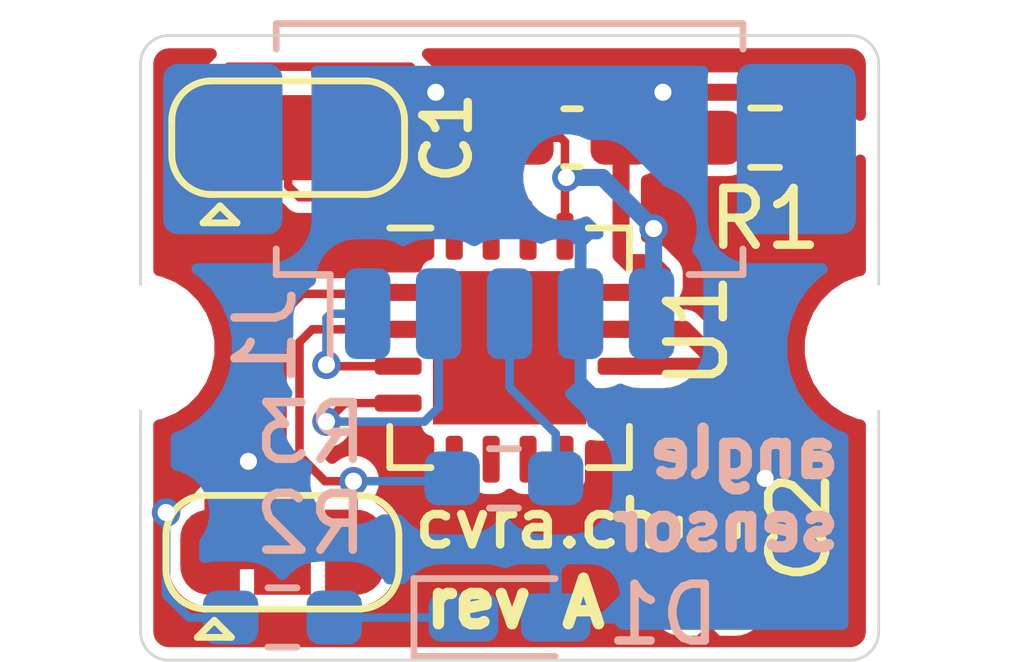
<source format=kicad_pcb>
(kicad_pcb (version 20171130) (host pcbnew 5.1.10)

  (general
    (thickness 1.6)
    (drawings 11)
    (tracks 85)
    (zones 0)
    (modules 12)
    (nets 18)
  )

  (page A4)
  (layers
    (0 F.Cu signal)
    (31 B.Cu signal)
    (32 B.Adhes user)
    (33 F.Adhes user)
    (34 B.Paste user)
    (35 F.Paste user)
    (36 B.SilkS user)
    (37 F.SilkS user)
    (38 B.Mask user)
    (39 F.Mask user)
    (40 Dwgs.User user)
    (41 Cmts.User user)
    (42 Eco1.User user)
    (43 Eco2.User user)
    (44 Edge.Cuts user)
    (45 Margin user)
    (46 B.CrtYd user)
    (47 F.CrtYd user)
    (48 B.Fab user hide)
    (49 F.Fab user hide)
  )

  (setup
    (last_trace_width 0.15)
    (trace_clearance 0.15)
    (zone_clearance 0.2)
    (zone_45_only yes)
    (trace_min 0.15)
    (via_size 0.5)
    (via_drill 0.3)
    (via_min_size 0.4)
    (via_min_drill 0.3)
    (uvia_size 0.3)
    (uvia_drill 0.1)
    (uvias_allowed no)
    (uvia_min_size 0.2)
    (uvia_min_drill 0.1)
    (edge_width 0.05)
    (segment_width 0.2)
    (pcb_text_width 0.3)
    (pcb_text_size 1.5 1.5)
    (mod_edge_width 0.12)
    (mod_text_size 1 1)
    (mod_text_width 0.15)
    (pad_size 1 0.5)
    (pad_drill 0)
    (pad_to_mask_clearance 0)
    (aux_axis_origin 0 0)
    (visible_elements FFFFFF7F)
    (pcbplotparams
      (layerselection 0x010fc_ffffffff)
      (usegerberextensions false)
      (usegerberattributes true)
      (usegerberadvancedattributes true)
      (creategerberjobfile true)
      (excludeedgelayer true)
      (linewidth 0.100000)
      (plotframeref false)
      (viasonmask false)
      (mode 1)
      (useauxorigin false)
      (hpglpennumber 1)
      (hpglpenspeed 20)
      (hpglpendiameter 15.000000)
      (psnegative false)
      (psa4output false)
      (plotreference true)
      (plotvalue true)
      (plotinvisibletext false)
      (padsonsilk false)
      (subtractmaskfromsilk false)
      (outputformat 1)
      (mirror false)
      (drillshape 1)
      (scaleselection 1)
      (outputdirectory ""))
  )

  (net 0 "")
  (net 1 "Net-(C1-Pad1)")
  (net 2 GND)
  (net 3 +3V3)
  (net 4 "Net-(D1-Pad1)")
  (net 5 /SCK)
  (net 6 /SS)
  (net 7 /MISO)
  (net 8 "Net-(U1-Pad5)")
  (net 9 "Net-(U1-Pad6)")
  (net 10 "Net-(U1-Pad7)")
  (net 11 "Net-(U1-Pad8)")
  (net 12 "Net-(U1-Pad15)")
  (net 13 "Net-(U1-Pad16)")
  (net 14 "Net-(U1-Pad17)")
  (net 15 "Net-(J1-Pad3)")
  (net 16 "Net-(JP1-Pad2)")
  (net 17 "Net-(JP2-Pad2)")

  (net_class Default "This is the default net class."
    (clearance 0.15)
    (trace_width 0.15)
    (via_dia 0.5)
    (via_drill 0.3)
    (uvia_dia 0.3)
    (uvia_drill 0.1)
    (add_net +3V3)
    (add_net /MISO)
    (add_net /SCK)
    (add_net /SS)
    (add_net GND)
    (add_net "Net-(C1-Pad1)")
    (add_net "Net-(D1-Pad1)")
    (add_net "Net-(J1-Pad3)")
    (add_net "Net-(JP1-Pad2)")
    (add_net "Net-(JP2-Pad2)")
    (add_net "Net-(U1-Pad15)")
    (add_net "Net-(U1-Pad16)")
    (add_net "Net-(U1-Pad17)")
    (add_net "Net-(U1-Pad5)")
    (add_net "Net-(U1-Pad6)")
    (add_net "Net-(U1-Pad7)")
    (add_net "Net-(U1-Pad8)")
  )

  (module Jumper:SolderJumper-3_P1.3mm_Bridged12_RoundedPad1.0x1.5mm (layer F.Cu) (tedit 5C745321) (tstamp 61A80805)
    (at 32.5 39.1)
    (descr "SMD Solder 3-pad Jumper, 1x1.5mm rounded Pads, 0.3mm gap, pads 1-2 bridged with 1 copper strip")
    (tags "solder jumper open")
    (path /61AA4A30)
    (attr virtual)
    (fp_text reference JP2 (at 0 -1.8) (layer F.SilkS) hide
      (effects (font (size 1 1) (thickness 0.15)))
    )
    (fp_text value SolderJumper_3_Bridged12 (at 0 1.9) (layer F.Fab)
      (effects (font (size 1 1) (thickness 0.15)))
    )
    (fp_line (start -1.2 1.2) (end -0.9 1.5) (layer F.SilkS) (width 0.12))
    (fp_line (start -1.5 1.5) (end -0.9 1.5) (layer F.SilkS) (width 0.12))
    (fp_line (start -1.2 1.2) (end -1.5 1.5) (layer F.SilkS) (width 0.12))
    (fp_line (start -2.05 0.3) (end -2.05 -0.3) (layer F.SilkS) (width 0.12))
    (fp_line (start 1.4 1) (end -1.4 1) (layer F.SilkS) (width 0.12))
    (fp_line (start 2.05 -0.3) (end 2.05 0.3) (layer F.SilkS) (width 0.12))
    (fp_line (start -1.4 -1) (end 1.4 -1) (layer F.SilkS) (width 0.12))
    (fp_line (start -2.3 -1.25) (end 2.3 -1.25) (layer F.CrtYd) (width 0.05))
    (fp_line (start -2.3 -1.25) (end -2.3 1.25) (layer F.CrtYd) (width 0.05))
    (fp_line (start 2.3 1.25) (end 2.3 -1.25) (layer F.CrtYd) (width 0.05))
    (fp_line (start 2.3 1.25) (end -2.3 1.25) (layer F.CrtYd) (width 0.05))
    (fp_poly (pts (xy -0.9 -0.3) (xy -0.4 -0.3) (xy -0.4 0.3) (xy -0.9 0.3)) (layer F.Cu) (width 0))
    (fp_arc (start -1.35 -0.3) (end -1.35 -1) (angle -90) (layer F.SilkS) (width 0.12))
    (fp_arc (start -1.35 0.3) (end -2.05 0.3) (angle -90) (layer F.SilkS) (width 0.12))
    (fp_arc (start 1.35 0.3) (end 1.35 1) (angle -90) (layer F.SilkS) (width 0.12))
    (fp_arc (start 1.35 -0.3) (end 2.05 -0.3) (angle -90) (layer F.SilkS) (width 0.12))
    (pad 1 smd custom (at -1.3 0) (size 1 0.5) (layers F.Cu F.Mask)
      (net 3 +3V3) (zone_connect 2)
      (options (clearance outline) (anchor rect))
      (primitives
        (gr_circle (center 0 0.25) (end 0.5 0.25) (width 0))
        (gr_circle (center 0 -0.25) (end 0.5 -0.25) (width 0))
        (gr_poly (pts
           (xy 0.55 -0.75) (xy 0 -0.75) (xy 0 0.75) (xy 0.55 0.75)) (width 0))
      ))
    (pad 2 smd rect (at 0 0) (size 1 1.5) (layers F.Cu F.Mask)
      (net 17 "Net-(JP2-Pad2)"))
    (pad 3 smd custom (at 1.3 0) (size 1 0.5) (layers F.Cu F.Mask)
      (net 7 /MISO) (zone_connect 2)
      (options (clearance outline) (anchor rect))
      (primitives
        (gr_circle (center 0 0.25) (end 0.5 0.25) (width 0))
        (gr_circle (center 0 -0.25) (end 0.5 -0.25) (width 0))
        (gr_poly (pts
           (xy -0.55 -0.75) (xy 0 -0.75) (xy 0 0.75) (xy -0.55 0.75)) (width 0))
      ))
  )

  (module Jumper:SolderJumper-3_P1.3mm_Bridged12_RoundedPad1.0x1.5mm (layer F.Cu) (tedit 61A7A9C0) (tstamp 61A807EE)
    (at 32.6 31.8)
    (descr "SMD Solder 3-pad Jumper, 1x1.5mm rounded Pads, 0.3mm gap, pads 1-2 bridged with 1 copper strip")
    (tags "solder jumper open")
    (path /61AA9F16)
    (attr virtual)
    (fp_text reference JP1 (at 0 -1.8) (layer F.SilkS) hide
      (effects (font (size 1 1) (thickness 0.15)))
    )
    (fp_text value SolderJumper_3_Bridged12 (at 0 1.9) (layer F.Fab)
      (effects (font (size 1 1) (thickness 0.15)))
    )
    (fp_line (start -1.2 1.2) (end -0.9 1.5) (layer F.SilkS) (width 0.12))
    (fp_line (start -1.5 1.5) (end -0.9 1.5) (layer F.SilkS) (width 0.12))
    (fp_line (start -1.2 1.2) (end -1.5 1.5) (layer F.SilkS) (width 0.12))
    (fp_line (start -2.05 0.3) (end -2.05 -0.3) (layer F.SilkS) (width 0.12))
    (fp_line (start 1.4 1) (end -1.4 1) (layer F.SilkS) (width 0.12))
    (fp_line (start 2.05 -0.3) (end 2.05 0.3) (layer F.SilkS) (width 0.12))
    (fp_line (start -1.4 -1) (end 1.4 -1) (layer F.SilkS) (width 0.12))
    (fp_line (start -2.3 -1.25) (end 2.3 -1.25) (layer F.CrtYd) (width 0.05))
    (fp_line (start -2.3 -1.25) (end -2.3 1.25) (layer F.CrtYd) (width 0.05))
    (fp_line (start 2.3 1.25) (end 2.3 -1.25) (layer F.CrtYd) (width 0.05))
    (fp_line (start 2.3 1.25) (end -2.3 1.25) (layer F.CrtYd) (width 0.05))
    (fp_poly (pts (xy -0.9 -0.3) (xy -0.4 -0.3) (xy -0.4 0.3) (xy -0.9 0.3)) (layer F.Cu) (width 0))
    (fp_arc (start -1.35 -0.3) (end -1.35 -1) (angle -90) (layer F.SilkS) (width 0.12))
    (fp_arc (start -1.35 0.3) (end -2.05 0.3) (angle -90) (layer F.SilkS) (width 0.12))
    (fp_arc (start 1.35 0.3) (end 1.35 1) (angle -90) (layer F.SilkS) (width 0.12))
    (fp_arc (start 1.35 -0.3) (end 2.05 -0.3) (angle -90) (layer F.SilkS) (width 0.12))
    (pad 1 smd custom (at -1.3 0) (size 1 0.5) (layers F.Cu F.Mask)
      (net 3 +3V3) (zone_connect 2)
      (options (clearance outline) (anchor rect))
      (primitives
        (gr_circle (center 0 0.25) (end 0.5 0.25) (width 0))
        (gr_circle (center 0 -0.25) (end 0.5 -0.25) (width 0))
        (gr_poly (pts
           (xy 0.55 -0.75) (xy 0 -0.75) (xy 0 0.75) (xy 0.55 0.75)) (width 0))
      ))
    (pad 2 smd rect (at 0 0) (size 1 1.5) (layers F.Cu F.Mask)
      (net 16 "Net-(JP1-Pad2)"))
    (pad 3 smd custom (at 1.3 0) (size 1 0.5) (layers F.Cu F.Mask)
      (net 2 GND) (zone_connect 0)
      (options (clearance outline) (anchor rect))
      (primitives
        (gr_circle (center 0 0.25) (end 0.5 0.25) (width 0))
        (gr_circle (center 0 -0.25) (end 0.5 -0.25) (width 0))
        (gr_poly (pts
           (xy -0.55 -0.75) (xy 0 -0.75) (xy 0 0.75) (xy -0.55 0.75)) (width 0))
      ))
  )

  (module MountingHole:MountingHole_2.2mm_M2 locked (layer F.Cu) (tedit 56D1B4CB) (tstamp 61A3F269)
    (at 43 35.5)
    (descr "Mounting Hole 2.2mm, no annular, M2")
    (tags "mounting hole 2.2mm no annular m2")
    (attr virtual)
    (fp_text reference REF** (at 0 -3.2) (layer F.SilkS) hide
      (effects (font (size 1 1) (thickness 0.15)))
    )
    (fp_text value MountingHole_2.2mm_M2 (at 0 3.2) (layer F.Fab)
      (effects (font (size 1 1) (thickness 0.15)))
    )
    (fp_circle (center 0 0) (end 2.45 0) (layer F.CrtYd) (width 0.05))
    (fp_circle (center 0 0) (end 2.2 0) (layer Cmts.User) (width 0.15))
    (fp_text user %R (at 0.3 0) (layer F.Fab)
      (effects (font (size 1 1) (thickness 0.15)))
    )
    (pad 1 np_thru_hole circle (at 0 0) (size 2.2 2.2) (drill 2.2) (layers *.Cu *.Mask))
  )

  (module MountingHole:MountingHole_2.2mm_M2 locked (layer F.Cu) (tedit 56D1B4CB) (tstamp 61A3F130)
    (at 30 35.5)
    (descr "Mounting Hole 2.2mm, no annular, M2")
    (tags "mounting hole 2.2mm no annular m2")
    (attr virtual)
    (fp_text reference REF** (at 0 -3.2) (layer F.SilkS) hide
      (effects (font (size 1 1) (thickness 0.15)))
    )
    (fp_text value MountingHole_2.2mm_M2 (at 0 3.2) (layer F.Fab)
      (effects (font (size 1 1) (thickness 0.15)))
    )
    (fp_circle (center 0 0) (end 2.45 0) (layer F.CrtYd) (width 0.05))
    (fp_circle (center 0 0) (end 2.2 0) (layer Cmts.User) (width 0.15))
    (fp_text user %R (at 0.3 0) (layer F.Fab)
      (effects (font (size 1 1) (thickness 0.15)))
    )
    (pad 1 np_thru_hole circle (at 0 0) (size 2.2 2.2) (drill 2.2) (layers *.Cu *.Mask))
  )

  (module Capacitor_SMD:C_0603_1608Metric_Pad1.08x0.95mm_HandSolder (layer F.Cu) (tedit 5F68FEEF) (tstamp 61A3EB8A)
    (at 37.6 31.8 180)
    (descr "Capacitor SMD 0603 (1608 Metric), square (rectangular) end terminal, IPC_7351 nominal with elongated pad for handsoldering. (Body size source: IPC-SM-782 page 76, https://www.pcb-3d.com/wordpress/wp-content/uploads/ipc-sm-782a_amendment_1_and_2.pdf), generated with kicad-footprint-generator")
    (tags "capacitor handsolder")
    (path /61A46521)
    (attr smd)
    (fp_text reference C1 (at 2.2 0 90) (layer F.SilkS)
      (effects (font (size 0.8 0.8) (thickness 0.15)))
    )
    (fp_text value 4u7 (at 0 1.43) (layer F.Fab)
      (effects (font (size 1 1) (thickness 0.15)))
    )
    (fp_line (start -0.8 0.4) (end -0.8 -0.4) (layer F.Fab) (width 0.1))
    (fp_line (start -0.8 -0.4) (end 0.8 -0.4) (layer F.Fab) (width 0.1))
    (fp_line (start 0.8 -0.4) (end 0.8 0.4) (layer F.Fab) (width 0.1))
    (fp_line (start 0.8 0.4) (end -0.8 0.4) (layer F.Fab) (width 0.1))
    (fp_line (start -0.146267 -0.51) (end 0.146267 -0.51) (layer F.SilkS) (width 0.12))
    (fp_line (start -0.146267 0.51) (end 0.146267 0.51) (layer F.SilkS) (width 0.12))
    (fp_line (start -1.65 0.73) (end -1.65 -0.73) (layer F.CrtYd) (width 0.05))
    (fp_line (start -1.65 -0.73) (end 1.65 -0.73) (layer F.CrtYd) (width 0.05))
    (fp_line (start 1.65 -0.73) (end 1.65 0.73) (layer F.CrtYd) (width 0.05))
    (fp_line (start 1.65 0.73) (end -1.65 0.73) (layer F.CrtYd) (width 0.05))
    (fp_text user %R (at 0 0) (layer F.Fab)
      (effects (font (size 0.4 0.4) (thickness 0.06)))
    )
    (pad 1 smd roundrect (at -0.8625 0 180) (size 1.075 0.95) (layers F.Cu F.Paste F.Mask) (roundrect_rratio 0.25)
      (net 1 "Net-(C1-Pad1)"))
    (pad 2 smd roundrect (at 0.8625 0 180) (size 1.075 0.95) (layers F.Cu F.Paste F.Mask) (roundrect_rratio 0.25)
      (net 2 GND))
    (model ${KISYS3DMOD}/Capacitor_SMD.3dshapes/C_0603_1608Metric.wrl
      (at (xyz 0 0 0))
      (scale (xyz 1 1 1))
      (rotate (xyz 0 0 0))
    )
  )

  (module Capacitor_SMD:C_0603_1608Metric_Pad1.08x0.95mm_HandSolder (layer F.Cu) (tedit 5F68FEEF) (tstamp 61A3F733)
    (at 40 38.6625 90)
    (descr "Capacitor SMD 0603 (1608 Metric), square (rectangular) end terminal, IPC_7351 nominal with elongated pad for handsoldering. (Body size source: IPC-SM-782 page 76, https://www.pcb-3d.com/wordpress/wp-content/uploads/ipc-sm-782a_amendment_1_and_2.pdf), generated with kicad-footprint-generator")
    (tags "capacitor handsolder")
    (path /61A5541C)
    (attr smd)
    (fp_text reference C2 (at 0 1.6 90) (layer F.SilkS)
      (effects (font (size 1 1) (thickness 0.15)))
    )
    (fp_text value 100n (at 0 1.43 90) (layer F.Fab)
      (effects (font (size 1 1) (thickness 0.15)))
    )
    (fp_line (start 1.65 0.73) (end -1.65 0.73) (layer F.CrtYd) (width 0.05))
    (fp_line (start 1.65 -0.73) (end 1.65 0.73) (layer F.CrtYd) (width 0.05))
    (fp_line (start -1.65 -0.73) (end 1.65 -0.73) (layer F.CrtYd) (width 0.05))
    (fp_line (start -1.65 0.73) (end -1.65 -0.73) (layer F.CrtYd) (width 0.05))
    (fp_line (start -0.146267 0.51) (end 0.146267 0.51) (layer F.SilkS) (width 0.12))
    (fp_line (start -0.146267 -0.51) (end 0.146267 -0.51) (layer F.SilkS) (width 0.12))
    (fp_line (start 0.8 0.4) (end -0.8 0.4) (layer F.Fab) (width 0.1))
    (fp_line (start 0.8 -0.4) (end 0.8 0.4) (layer F.Fab) (width 0.1))
    (fp_line (start -0.8 -0.4) (end 0.8 -0.4) (layer F.Fab) (width 0.1))
    (fp_line (start -0.8 0.4) (end -0.8 -0.4) (layer F.Fab) (width 0.1))
    (fp_text user %R (at 0 0 90) (layer F.Fab)
      (effects (font (size 0.4 0.4) (thickness 0.06)))
    )
    (pad 2 smd roundrect (at 0.8625 0 90) (size 1.075 0.95) (layers F.Cu F.Paste F.Mask) (roundrect_rratio 0.25)
      (net 3 +3V3))
    (pad 1 smd roundrect (at -0.8625 0 90) (size 1.075 0.95) (layers F.Cu F.Paste F.Mask) (roundrect_rratio 0.25)
      (net 2 GND))
    (model ${KISYS3DMOD}/Capacitor_SMD.3dshapes/C_0603_1608Metric.wrl
      (at (xyz 0 0 0))
      (scale (xyz 1 1 1))
      (rotate (xyz 0 0 0))
    )
  )

  (module LED_SMD:LED_0603_1608Metric_Castellated (layer B.Cu) (tedit 5F68FEF1) (tstamp 61A3EBAE)
    (at 36.5 40.25)
    (descr "LED SMD 0603 (1608 Metric), castellated end terminal, IPC_7351 nominal, (Body size source: http://www.tortai-tech.com/upload/download/2011102023233369053.pdf), generated with kicad-footprint-generator")
    (tags "LED castellated")
    (path /61A71412)
    (attr smd)
    (fp_text reference D1 (at 2.7 -0.05) (layer B.SilkS)
      (effects (font (size 1 1) (thickness 0.15)) (justify mirror))
    )
    (fp_text value LTST-C191KGKT (at 0 -1.38) (layer B.Fab)
      (effects (font (size 1 1) (thickness 0.15)) (justify mirror))
    )
    (fp_line (start 0.8 0.4) (end -0.5 0.4) (layer B.Fab) (width 0.1))
    (fp_line (start -0.5 0.4) (end -0.8 0.1) (layer B.Fab) (width 0.1))
    (fp_line (start -0.8 0.1) (end -0.8 -0.4) (layer B.Fab) (width 0.1))
    (fp_line (start -0.8 -0.4) (end 0.8 -0.4) (layer B.Fab) (width 0.1))
    (fp_line (start 0.8 -0.4) (end 0.8 0.4) (layer B.Fab) (width 0.1))
    (fp_line (start 0.8 0.685) (end -1.685 0.685) (layer B.SilkS) (width 0.12))
    (fp_line (start -1.685 0.685) (end -1.685 -0.685) (layer B.SilkS) (width 0.12))
    (fp_line (start -1.685 -0.685) (end 0.8 -0.685) (layer B.SilkS) (width 0.12))
    (fp_line (start -1.68 -0.68) (end -1.68 0.68) (layer B.CrtYd) (width 0.05))
    (fp_line (start -1.68 0.68) (end 1.68 0.68) (layer B.CrtYd) (width 0.05))
    (fp_line (start 1.68 0.68) (end 1.68 -0.68) (layer B.CrtYd) (width 0.05))
    (fp_line (start 1.68 -0.68) (end -1.68 -0.68) (layer B.CrtYd) (width 0.05))
    (fp_text user %R (at 0 0) (layer B.Fab)
      (effects (font (size 0.4 0.4) (thickness 0.06)) (justify mirror))
    )
    (pad 1 smd roundrect (at -0.8125 0) (size 1.225 0.85) (layers B.Cu B.Paste B.Mask) (roundrect_rratio 0.25)
      (net 4 "Net-(D1-Pad1)"))
    (pad 2 smd roundrect (at 0.8125 0) (size 1.225 0.85) (layers B.Cu B.Paste B.Mask) (roundrect_rratio 0.25)
      (net 3 +3V3))
    (model ${KISYS3DMOD}/LED_SMD.3dshapes/LED_0603_1608Metric_Castellated.wrl
      (at (xyz 0 0 0))
      (scale (xyz 1 1 1))
      (rotate (xyz 0 0 0))
    )
  )

  (module Connector_Molex:Molex_PicoBlade_53261-0571_1x05-1MP_P1.25mm_Horizontal (layer B.Cu) (tedit 5B78AD89) (tstamp 61A3EE1E)
    (at 36.5 32.5)
    (descr "Molex PicoBlade series connector, 53261-0571 (http://www.molex.com/pdm_docs/sd/532610271_sd.pdf), generated with kicad-footprint-generator")
    (tags "connector Molex PicoBlade top entry")
    (path /61A3A7FC)
    (attr smd)
    (fp_text reference J1 (at -4.3 2.8 270) (layer B.SilkS)
      (effects (font (size 1 1) (thickness 0.15)) (justify mirror))
    )
    (fp_text value "Picoblade 5 pin" (at 0 -3.8) (layer B.Fab)
      (effects (font (size 1 1) (thickness 0.15)) (justify mirror))
    )
    (fp_line (start -4 1.6) (end 4 1.6) (layer B.Fab) (width 0.1))
    (fp_line (start -4.11 1.26) (end -4.11 1.71) (layer B.SilkS) (width 0.12))
    (fp_line (start -4.11 1.71) (end -3.16 1.71) (layer B.SilkS) (width 0.12))
    (fp_line (start -3.16 1.71) (end -3.16 3.2) (layer B.SilkS) (width 0.12))
    (fp_line (start 4.11 1.26) (end 4.11 1.71) (layer B.SilkS) (width 0.12))
    (fp_line (start 4.11 1.71) (end 3.16 1.71) (layer B.SilkS) (width 0.12))
    (fp_line (start -4.11 -2.26) (end -4.11 -2.71) (layer B.SilkS) (width 0.12))
    (fp_line (start -4.11 -2.71) (end 4.11 -2.71) (layer B.SilkS) (width 0.12))
    (fp_line (start 4.11 -2.71) (end 4.11 -2.26) (layer B.SilkS) (width 0.12))
    (fp_line (start -4 -2.6) (end 4 -2.6) (layer B.Fab) (width 0.1))
    (fp_line (start -4 1.6) (end -4 -2.6) (layer B.Fab) (width 0.1))
    (fp_line (start 4 1.6) (end 4 -2.6) (layer B.Fab) (width 0.1))
    (fp_line (start -4 0.6) (end -5.5 0.6) (layer B.Fab) (width 0.1))
    (fp_line (start -5.5 0.6) (end -5.7 0.4) (layer B.Fab) (width 0.1))
    (fp_line (start -5.7 0.4) (end -5.7 -1.4) (layer B.Fab) (width 0.1))
    (fp_line (start -5.7 -1.4) (end -5.5 -1.6) (layer B.Fab) (width 0.1))
    (fp_line (start -5.5 -1.6) (end -5.5 -2.2) (layer B.Fab) (width 0.1))
    (fp_line (start -5.5 -2.2) (end -4 -2.2) (layer B.Fab) (width 0.1))
    (fp_line (start 4 0.6) (end 5.5 0.6) (layer B.Fab) (width 0.1))
    (fp_line (start 5.5 0.6) (end 5.7 0.4) (layer B.Fab) (width 0.1))
    (fp_line (start 5.7 0.4) (end 5.7 -1.4) (layer B.Fab) (width 0.1))
    (fp_line (start 5.7 -1.4) (end 5.5 -1.6) (layer B.Fab) (width 0.1))
    (fp_line (start 5.5 -1.6) (end 5.5 -2.2) (layer B.Fab) (width 0.1))
    (fp_line (start 5.5 -2.2) (end 4 -2.2) (layer B.Fab) (width 0.1))
    (fp_line (start -6.6 3.7) (end -6.6 -3.1) (layer B.CrtYd) (width 0.05))
    (fp_line (start -6.6 -3.1) (end 6.6 -3.1) (layer B.CrtYd) (width 0.05))
    (fp_line (start 6.6 -3.1) (end 6.6 3.7) (layer B.CrtYd) (width 0.05))
    (fp_line (start 6.6 3.7) (end -6.6 3.7) (layer B.CrtYd) (width 0.05))
    (fp_line (start -3 1.6) (end -2.5 0.892893) (layer B.Fab) (width 0.1))
    (fp_line (start -2.5 0.892893) (end -2 1.6) (layer B.Fab) (width 0.1))
    (fp_text user %R (at 0 -1.9) (layer B.Fab)
      (effects (font (size 1 1) (thickness 0.15)) (justify mirror))
    )
    (pad 1 smd roundrect (at -2.5 2.4) (size 0.8 1.6) (layers B.Cu B.Paste B.Mask) (roundrect_rratio 0.25)
      (net 5 /SCK))
    (pad 2 smd roundrect (at -1.25 2.4) (size 0.8 1.6) (layers B.Cu B.Paste B.Mask) (roundrect_rratio 0.25)
      (net 6 /SS))
    (pad 3 smd roundrect (at 0 2.4) (size 0.8 1.6) (layers B.Cu B.Paste B.Mask) (roundrect_rratio 0.25)
      (net 15 "Net-(J1-Pad3)"))
    (pad 4 smd roundrect (at 1.25 2.4) (size 0.8 1.6) (layers B.Cu B.Paste B.Mask) (roundrect_rratio 0.25)
      (net 3 +3V3))
    (pad 5 smd roundrect (at 2.5 2.4) (size 0.8 1.6) (layers B.Cu B.Paste B.Mask) (roundrect_rratio 0.25)
      (net 2 GND))
    (pad MP smd roundrect (at -5.05 -0.5) (size 2.1 3) (layers B.Cu B.Paste B.Mask) (roundrect_rratio 0.119048))
    (pad MP smd roundrect (at 5.05 -0.5) (size 2.1 3) (layers B.Cu B.Paste B.Mask) (roundrect_rratio 0.119048))
    (model ${KISYS3DMOD}/Connector_Molex.3dshapes/Molex_PicoBlade_53261-0571_1x05-1MP_P1.25mm_Horizontal.wrl
      (at (xyz 0 0 0))
      (scale (xyz 1 1 1))
      (rotate (xyz 0 0 0))
    )
  )

  (module Resistor_SMD:R_0603_1608Metric_Pad0.98x0.95mm_HandSolder (layer F.Cu) (tedit 5F68FEEE) (tstamp 61A3EBE9)
    (at 41 31.8 180)
    (descr "Resistor SMD 0603 (1608 Metric), square (rectangular) end terminal, IPC_7351 nominal with elongated pad for handsoldering. (Body size source: IPC-SM-782 page 72, https://www.pcb-3d.com/wordpress/wp-content/uploads/ipc-sm-782a_amendment_1_and_2.pdf), generated with kicad-footprint-generator")
    (tags "resistor handsolder")
    (path /61A45D3E)
    (attr smd)
    (fp_text reference R1 (at 0 -1.43) (layer F.SilkS)
      (effects (font (size 1 1) (thickness 0.15)))
    )
    (fp_text value 15 (at 0 1.43) (layer F.Fab)
      (effects (font (size 1 1) (thickness 0.15)))
    )
    (fp_line (start -0.8 0.4125) (end -0.8 -0.4125) (layer F.Fab) (width 0.1))
    (fp_line (start -0.8 -0.4125) (end 0.8 -0.4125) (layer F.Fab) (width 0.1))
    (fp_line (start 0.8 -0.4125) (end 0.8 0.4125) (layer F.Fab) (width 0.1))
    (fp_line (start 0.8 0.4125) (end -0.8 0.4125) (layer F.Fab) (width 0.1))
    (fp_line (start -0.254724 -0.5225) (end 0.254724 -0.5225) (layer F.SilkS) (width 0.12))
    (fp_line (start -0.254724 0.5225) (end 0.254724 0.5225) (layer F.SilkS) (width 0.12))
    (fp_line (start -1.65 0.73) (end -1.65 -0.73) (layer F.CrtYd) (width 0.05))
    (fp_line (start -1.65 -0.73) (end 1.65 -0.73) (layer F.CrtYd) (width 0.05))
    (fp_line (start 1.65 -0.73) (end 1.65 0.73) (layer F.CrtYd) (width 0.05))
    (fp_line (start 1.65 0.73) (end -1.65 0.73) (layer F.CrtYd) (width 0.05))
    (fp_text user %R (at 0 0) (layer F.Fab)
      (effects (font (size 0.4 0.4) (thickness 0.06)))
    )
    (pad 1 smd roundrect (at -0.9125 0 180) (size 0.975 0.95) (layers F.Cu F.Paste F.Mask) (roundrect_rratio 0.25)
      (net 3 +3V3))
    (pad 2 smd roundrect (at 0.9125 0 180) (size 0.975 0.95) (layers F.Cu F.Paste F.Mask) (roundrect_rratio 0.25)
      (net 1 "Net-(C1-Pad1)"))
    (model ${KISYS3DMOD}/Resistor_SMD.3dshapes/R_0603_1608Metric.wrl
      (at (xyz 0 0 0))
      (scale (xyz 1 1 1))
      (rotate (xyz 0 0 0))
    )
  )

  (module Resistor_SMD:R_0603_1608Metric_Pad0.98x0.95mm_HandSolder (layer B.Cu) (tedit 5F68FEEE) (tstamp 61A3F414)
    (at 32.5 40.25 180)
    (descr "Resistor SMD 0603 (1608 Metric), square (rectangular) end terminal, IPC_7351 nominal with elongated pad for handsoldering. (Body size source: IPC-SM-782 page 72, https://www.pcb-3d.com/wordpress/wp-content/uploads/ipc-sm-782a_amendment_1_and_2.pdf), generated with kicad-footprint-generator")
    (tags "resistor handsolder")
    (path /61A71A97)
    (attr smd)
    (fp_text reference R2 (at -0.5 1.65) (layer B.SilkS)
      (effects (font (size 1 1) (thickness 0.15)) (justify mirror))
    )
    (fp_text value 270 (at 0 -1.43) (layer B.Fab)
      (effects (font (size 1 1) (thickness 0.15)) (justify mirror))
    )
    (fp_line (start 1.65 -0.73) (end -1.65 -0.73) (layer B.CrtYd) (width 0.05))
    (fp_line (start 1.65 0.73) (end 1.65 -0.73) (layer B.CrtYd) (width 0.05))
    (fp_line (start -1.65 0.73) (end 1.65 0.73) (layer B.CrtYd) (width 0.05))
    (fp_line (start -1.65 -0.73) (end -1.65 0.73) (layer B.CrtYd) (width 0.05))
    (fp_line (start -0.254724 -0.5225) (end 0.254724 -0.5225) (layer B.SilkS) (width 0.12))
    (fp_line (start -0.254724 0.5225) (end 0.254724 0.5225) (layer B.SilkS) (width 0.12))
    (fp_line (start 0.8 -0.4125) (end -0.8 -0.4125) (layer B.Fab) (width 0.1))
    (fp_line (start 0.8 0.4125) (end 0.8 -0.4125) (layer B.Fab) (width 0.1))
    (fp_line (start -0.8 0.4125) (end 0.8 0.4125) (layer B.Fab) (width 0.1))
    (fp_line (start -0.8 -0.4125) (end -0.8 0.4125) (layer B.Fab) (width 0.1))
    (fp_text user %R (at 0 0) (layer B.Fab)
      (effects (font (size 0.4 0.4) (thickness 0.06)) (justify mirror))
    )
    (pad 2 smd roundrect (at 0.9125 0 180) (size 0.975 0.95) (layers B.Cu B.Paste B.Mask) (roundrect_rratio 0.25)
      (net 2 GND))
    (pad 1 smd roundrect (at -0.9125 0 180) (size 0.975 0.95) (layers B.Cu B.Paste B.Mask) (roundrect_rratio 0.25)
      (net 4 "Net-(D1-Pad1)"))
    (model ${KISYS3DMOD}/Resistor_SMD.3dshapes/R_0603_1608Metric.wrl
      (at (xyz 0 0 0))
      (scale (xyz 1 1 1))
      (rotate (xyz 0 0 0))
    )
  )

  (module Package_DFN_QFN:QFN-16-1EP_4x4mm_P0.65mm_EP2.7x2.7mm locked (layer F.Cu) (tedit 5DC5F6A3) (tstamp 61A3EC24)
    (at 36.5 35.5)
    (descr "QFN, 16 Pin (https://www.allegromicro.com/~/media/Files/Datasheets/A4403-Datasheet.ashx), generated with kicad-footprint-generator ipc_noLead_generator.py")
    (tags "QFN NoLead")
    (path /61A43EC5)
    (attr smd)
    (fp_text reference U1 (at 3.3 -0.3 270) (layer F.SilkS)
      (effects (font (size 1 1) (thickness 0.15)))
    )
    (fp_text value AS5055A (at 0 3.32) (layer F.Fab)
      (effects (font (size 1 1) (thickness 0.15)))
    )
    (fp_line (start 1.385 -2.11) (end 2.11 -2.11) (layer F.SilkS) (width 0.12))
    (fp_line (start 2.11 -2.11) (end 2.11 -1.385) (layer F.SilkS) (width 0.12))
    (fp_line (start -1.385 2.11) (end -2.11 2.11) (layer F.SilkS) (width 0.12))
    (fp_line (start -2.11 2.11) (end -2.11 1.385) (layer F.SilkS) (width 0.12))
    (fp_line (start 1.385 2.11) (end 2.11 2.11) (layer F.SilkS) (width 0.12))
    (fp_line (start 2.11 2.11) (end 2.11 1.385) (layer F.SilkS) (width 0.12))
    (fp_line (start -1.385 -2.11) (end -2.11 -2.11) (layer F.SilkS) (width 0.12))
    (fp_line (start -1 -2) (end 2 -2) (layer F.Fab) (width 0.1))
    (fp_line (start 2 -2) (end 2 2) (layer F.Fab) (width 0.1))
    (fp_line (start 2 2) (end -2 2) (layer F.Fab) (width 0.1))
    (fp_line (start -2 2) (end -2 -1) (layer F.Fab) (width 0.1))
    (fp_line (start -2 -1) (end -1 -2) (layer F.Fab) (width 0.1))
    (fp_line (start -2.62 -2.62) (end -2.62 2.62) (layer F.CrtYd) (width 0.05))
    (fp_line (start -2.62 2.62) (end 2.62 2.62) (layer F.CrtYd) (width 0.05))
    (fp_line (start 2.62 2.62) (end 2.62 -2.62) (layer F.CrtYd) (width 0.05))
    (fp_line (start 2.62 -2.62) (end -2.62 -2.62) (layer F.CrtYd) (width 0.05))
    (fp_text user %R (at 0 0) (layer F.Fab)
      (effects (font (size 1 1) (thickness 0.15)))
    )
    (pad 1 smd roundrect (at -1.9625 -0.975) (size 0.825 0.3) (layers F.Cu F.Paste F.Mask) (roundrect_rratio 0.25)
      (net 17 "Net-(JP2-Pad2)"))
    (pad 2 smd roundrect (at -1.9625 -0.325) (size 0.825 0.3) (layers F.Cu F.Paste F.Mask) (roundrect_rratio 0.25)
      (net 7 /MISO))
    (pad 3 smd roundrect (at -1.9625 0.325) (size 0.825 0.3) (layers F.Cu F.Paste F.Mask) (roundrect_rratio 0.25)
      (net 5 /SCK))
    (pad 4 smd roundrect (at -1.9625 0.975) (size 0.825 0.3) (layers F.Cu F.Paste F.Mask) (roundrect_rratio 0.25)
      (net 6 /SS))
    (pad 5 smd roundrect (at -0.975 1.9625) (size 0.3 0.825) (layers F.Cu F.Paste F.Mask) (roundrect_rratio 0.25)
      (net 8 "Net-(U1-Pad5)"))
    (pad 6 smd roundrect (at -0.325 1.9625) (size 0.3 0.825) (layers F.Cu F.Paste F.Mask) (roundrect_rratio 0.25)
      (net 9 "Net-(U1-Pad6)"))
    (pad 7 smd roundrect (at 0.325 1.9625) (size 0.3 0.825) (layers F.Cu F.Paste F.Mask) (roundrect_rratio 0.25)
      (net 10 "Net-(U1-Pad7)"))
    (pad 8 smd roundrect (at 0.975 1.9625) (size 0.3 0.825) (layers F.Cu F.Paste F.Mask) (roundrect_rratio 0.25)
      (net 11 "Net-(U1-Pad8)"))
    (pad 9 smd roundrect (at 1.9625 0.975) (size 0.825 0.3) (layers F.Cu F.Paste F.Mask) (roundrect_rratio 0.25)
      (net 2 GND))
    (pad 10 smd roundrect (at 1.9625 0.325) (size 0.825 0.3) (layers F.Cu F.Paste F.Mask) (roundrect_rratio 0.25)
      (net 3 +3V3))
    (pad 11 smd roundrect (at 1.9625 -0.325) (size 0.825 0.3) (layers F.Cu F.Paste F.Mask) (roundrect_rratio 0.25)
      (net 3 +3V3))
    (pad 12 smd roundrect (at 1.9625 -0.975) (size 0.825 0.3) (layers F.Cu F.Paste F.Mask) (roundrect_rratio 0.25)
      (net 1 "Net-(C1-Pad1)"))
    (pad 13 smd roundrect (at 0.975 -1.9625) (size 0.3 0.825) (layers F.Cu F.Paste F.Mask) (roundrect_rratio 0.25)
      (net 2 GND))
    (pad 14 smd roundrect (at 0.325 -1.9625) (size 0.3 0.825) (layers F.Cu F.Paste F.Mask) (roundrect_rratio 0.25)
      (net 16 "Net-(JP1-Pad2)"))
    (pad 15 smd roundrect (at -0.325 -1.9625) (size 0.3 0.825) (layers F.Cu F.Paste F.Mask) (roundrect_rratio 0.25)
      (net 12 "Net-(U1-Pad15)"))
    (pad 16 smd roundrect (at -0.975 -1.9625) (size 0.3 0.825) (layers F.Cu F.Paste F.Mask) (roundrect_rratio 0.25)
      (net 13 "Net-(U1-Pad16)"))
    (pad 17 smd rect (at 0 0) (size 2.7 2.7) (layers F.Cu F.Mask)
      (net 14 "Net-(U1-Pad17)"))
    (pad "" smd roundrect (at -0.675 -0.675) (size 1.09 1.09) (layers F.Paste) (roundrect_rratio 0.229358))
    (pad "" smd roundrect (at -0.675 0.675) (size 1.09 1.09) (layers F.Paste) (roundrect_rratio 0.229358))
    (pad "" smd roundrect (at 0.675 -0.675) (size 1.09 1.09) (layers F.Paste) (roundrect_rratio 0.229358))
    (pad "" smd roundrect (at 0.675 0.675) (size 1.09 1.09) (layers F.Paste) (roundrect_rratio 0.229358))
    (model ${KISYS3DMOD}/Package_DFN_QFN.3dshapes/QFN-16-1EP_4x4mm_P0.65mm_EP2.7x2.7mm.wrl
      (at (xyz 0 0 0))
      (scale (xyz 1 1 1))
      (rotate (xyz 0 0 0))
    )
  )

  (module Resistor_SMD:R_0603_1608Metric_Pad0.98x0.95mm_HandSolder (layer B.Cu) (tedit 5F68FEEE) (tstamp 61A3F609)
    (at 36.4 37.8)
    (descr "Resistor SMD 0603 (1608 Metric), square (rectangular) end terminal, IPC_7351 nominal with elongated pad for handsoldering. (Body size source: IPC-SM-782 page 72, https://www.pcb-3d.com/wordpress/wp-content/uploads/ipc-sm-782a_amendment_1_and_2.pdf), generated with kicad-footprint-generator")
    (tags "resistor handsolder")
    (path /61AACA25)
    (attr smd)
    (fp_text reference R3 (at -3.4 -0.8) (layer B.SilkS)
      (effects (font (size 1 1) (thickness 0.15)) (justify mirror))
    )
    (fp_text value 33 (at 0 -1.43) (layer B.Fab)
      (effects (font (size 1 1) (thickness 0.15)) (justify mirror))
    )
    (fp_line (start -0.8 -0.4125) (end -0.8 0.4125) (layer B.Fab) (width 0.1))
    (fp_line (start -0.8 0.4125) (end 0.8 0.4125) (layer B.Fab) (width 0.1))
    (fp_line (start 0.8 0.4125) (end 0.8 -0.4125) (layer B.Fab) (width 0.1))
    (fp_line (start 0.8 -0.4125) (end -0.8 -0.4125) (layer B.Fab) (width 0.1))
    (fp_line (start -0.254724 0.5225) (end 0.254724 0.5225) (layer B.SilkS) (width 0.12))
    (fp_line (start -0.254724 -0.5225) (end 0.254724 -0.5225) (layer B.SilkS) (width 0.12))
    (fp_line (start -1.65 -0.73) (end -1.65 0.73) (layer B.CrtYd) (width 0.05))
    (fp_line (start -1.65 0.73) (end 1.65 0.73) (layer B.CrtYd) (width 0.05))
    (fp_line (start 1.65 0.73) (end 1.65 -0.73) (layer B.CrtYd) (width 0.05))
    (fp_line (start 1.65 -0.73) (end -1.65 -0.73) (layer B.CrtYd) (width 0.05))
    (fp_text user %R (at 0 0) (layer B.Fab)
      (effects (font (size 0.4 0.4) (thickness 0.06)) (justify mirror))
    )
    (pad 1 smd roundrect (at -0.9125 0) (size 0.975 0.95) (layers B.Cu B.Paste B.Mask) (roundrect_rratio 0.25)
      (net 7 /MISO))
    (pad 2 smd roundrect (at 0.9125 0) (size 0.975 0.95) (layers B.Cu B.Paste B.Mask) (roundrect_rratio 0.25)
      (net 15 "Net-(J1-Pad3)"))
    (model ${KISYS3DMOD}/Resistor_SMD.3dshapes/R_0603_1608Metric.wrl
      (at (xyz 0 0 0))
      (scale (xyz 1 1 1))
      (rotate (xyz 0 0 0))
    )
  )

  (gr_text "angle\nsensor" (at 42.4 38) (layer B.SilkS) (tstamp 61A8A47F)
    (effects (font (size 0.8 0.8) (thickness 0.2)) (justify left mirror))
  )
  (gr_text "rev A" (at 36.6 40) (layer F.SilkS)
    (effects (font (size 0.8 0.8) (thickness 0.2)))
  )
  (gr_text cvra.ch (at 37 38.6) (layer F.SilkS)
    (effects (font (size 0.8 0.8) (thickness 0.15)))
  )
  (gr_arc (start 42.5 40.5) (end 42.5 41) (angle -90) (layer Edge.Cuts) (width 0.05))
  (gr_arc (start 42.5 30.5) (end 43 30.5) (angle -90) (layer Edge.Cuts) (width 0.05))
  (gr_arc (start 30.5 30.5) (end 30.5 30) (angle -90) (layer Edge.Cuts) (width 0.05))
  (gr_arc (start 30.5 40.5) (end 30 40.5) (angle -90) (layer Edge.Cuts) (width 0.05))
  (gr_line (start 30 40.5) (end 30 30.5) (layer Edge.Cuts) (width 0.05) (tstamp 61A3EA31))
  (gr_line (start 42.5 41) (end 30.5 41) (layer Edge.Cuts) (width 0.05))
  (gr_line (start 43 30.5) (end 43 40.5) (layer Edge.Cuts) (width 0.05))
  (gr_line (start 30.5 30) (end 42.5 30) (layer Edge.Cuts) (width 0.05))

  (segment (start 40.0875 31.8) (end 38.4625 31.8) (width 0.3) (layer F.Cu) (net 1))
  (segment (start 39.075 34.525) (end 38.4625 34.525) (width 0.3) (layer F.Cu) (net 1))
  (segment (start 39.2 34.2) (end 39.2 34.4) (width 0.3) (layer F.Cu) (net 1))
  (segment (start 39.2 34.4) (end 39.075 34.525) (width 0.3) (layer F.Cu) (net 1))
  (segment (start 39 34) (end 38.6 34) (width 0.3) (layer F.Cu) (net 1))
  (segment (start 39 34) (end 39.2 34.2) (width 0.3) (layer F.Cu) (net 1))
  (segment (start 38.4625 33.8625) (end 38.4625 33.3375) (width 0.3) (layer F.Cu) (net 1))
  (segment (start 38.6 34) (end 38.4625 33.8625) (width 0.3) (layer F.Cu) (net 1))
  (segment (start 38.4625 31.8) (end 38.4625 33.3375) (width 0.3) (layer F.Cu) (net 1))
  (segment (start 36.825 31.8875) (end 36.7375 31.8) (width 0.15) (layer F.Cu) (net 2))
  (via (at 39.035876 33.4) (size 0.5) (drill 0.3) (layers F.Cu B.Cu) (net 2))
  (segment (start 38.285876 32.65) (end 38.135876 32.5) (width 0.3) (layer B.Cu) (net 2))
  (segment (start 38.135876 32.5) (end 37.5 32.5) (width 0.3) (layer B.Cu) (net 2))
  (segment (start 39.035876 34.864124) (end 39 34.9) (width 0.3) (layer B.Cu) (net 2))
  (segment (start 39.035876 33.4) (end 39.035876 34.864124) (width 0.3) (layer B.Cu) (net 2))
  (segment (start 39.035876 33.4) (end 38.285876 32.65) (width 0.3) (layer B.Cu) (net 2))
  (via (at 37.5 32.5) (size 0.5) (drill 0.3) (layers F.Cu B.Cu) (net 2))
  (segment (start 37.475 31.875) (end 37.475 33.5375) (width 0.15) (layer F.Cu) (net 2))
  (segment (start 37.4 31.8) (end 37.475 31.875) (width 0.15) (layer F.Cu) (net 2))
  (segment (start 36.7375 31.8) (end 37.4 31.8) (width 0.15) (layer F.Cu) (net 2))
  (via (at 30.45 38.4) (size 0.5) (drill 0.3) (layers F.Cu B.Cu) (net 2))
  (segment (start 31.5875 40.25) (end 30.85 40.25) (width 0.15) (layer B.Cu) (net 2))
  (segment (start 30.45 39.85) (end 30.45 38.4) (width 0.15) (layer B.Cu) (net 2))
  (segment (start 30.85 40.25) (end 30.45 39.85) (width 0.15) (layer B.Cu) (net 2))
  (segment (start 33.9 31.8) (end 36.7375 31.8) (width 0.15) (layer F.Cu) (net 2))
  (segment (start 39.575 35.175) (end 38.4625 35.175) (width 0.3) (layer F.Cu) (net 3))
  (segment (start 40 35.6) (end 39.575 35.175) (width 0.3) (layer F.Cu) (net 3))
  (segment (start 39.975 35.825) (end 40 35.8) (width 0.3) (layer F.Cu) (net 3))
  (segment (start 38.4625 35.825) (end 39.975 35.825) (width 0.3) (layer F.Cu) (net 3))
  (segment (start 40 35.8) (end 40 35.6) (width 0.3) (layer F.Cu) (net 3))
  (segment (start 40 37.8) (end 40 35.8) (width 0.3) (layer F.Cu) (net 3))
  (via (at 39.2 31) (size 0.5) (drill 0.3) (layers F.Cu B.Cu) (net 3))
  (segment (start 41.1125 31) (end 39.2 31) (width 0.3) (layer F.Cu) (net 3))
  (segment (start 41.9125 31.8) (end 41.1125 31) (width 0.3) (layer F.Cu) (net 3))
  (via (at 41 37.8) (size 0.5) (drill 0.3) (layers F.Cu B.Cu) (net 3))
  (segment (start 40 37.8) (end 41 37.8) (width 0.3) (layer F.Cu) (net 3))
  (via (at 35.2 31) (size 0.5) (drill 0.3) (layers F.Cu B.Cu) (net 3))
  (segment (start 34.75 30.55) (end 35.2 31) (width 0.15) (layer F.Cu) (net 3))
  (segment (start 31.55 30.55) (end 34.75 30.55) (width 0.15) (layer F.Cu) (net 3))
  (segment (start 31.3 30.8) (end 31.55 30.55) (width 0.15) (layer F.Cu) (net 3))
  (segment (start 31.3 31.8) (end 31.3 30.8) (width 0.15) (layer F.Cu) (net 3))
  (via (at 31.9 37.5) (size 0.5) (drill 0.3) (layers F.Cu B.Cu) (net 3))
  (segment (start 31.2 39.6) (end 31.2 38.2) (width 0.15) (layer F.Cu) (net 3))
  (segment (start 31.2 38.2) (end 31.9 37.5) (width 0.15) (layer F.Cu) (net 3))
  (segment (start 37.75 36.05) (end 37.75 34.9) (width 0.15) (layer B.Cu) (net 3))
  (segment (start 38.6 39.8) (end 38.6 36.9) (width 0.15) (layer B.Cu) (net 3))
  (segment (start 38.6 36.9) (end 37.75 36.05) (width 0.15) (layer B.Cu) (net 3))
  (segment (start 38.15 40.25) (end 38.6 39.8) (width 0.15) (layer B.Cu) (net 3))
  (segment (start 37.3125 40.25) (end 38.15 40.25) (width 0.15) (layer B.Cu) (net 3))
  (segment (start 35.6875 40.25) (end 33.4125 40.25) (width 0.15) (layer B.Cu) (net 4))
  (via (at 33.275021 35.8) (size 0.5) (drill 0.3) (layers F.Cu B.Cu) (net 5))
  (segment (start 34.5375 35.825) (end 33.300021 35.825) (width 0.15) (layer F.Cu) (net 5))
  (segment (start 33.300021 35.825) (end 33.275021 35.8) (width 0.15) (layer F.Cu) (net 5))
  (segment (start 33.275021 35.624979) (end 33.275021 35.8) (width 0.15) (layer B.Cu) (net 5))
  (segment (start 34 34.9) (end 33.35 34.9) (width 0.15) (layer B.Cu) (net 5))
  (segment (start 33.275021 34.974979) (end 33.275021 35.8) (width 0.15) (layer B.Cu) (net 5))
  (segment (start 33.35 34.9) (end 33.275021 34.974979) (width 0.15) (layer B.Cu) (net 5))
  (via (at 33.275021 36.8) (size 0.5) (drill 0.3) (layers F.Cu B.Cu) (net 6))
  (segment (start 35 36.8) (end 33.275021 36.8) (width 0.15) (layer B.Cu) (net 6))
  (segment (start 34.5375 36.475) (end 33.600021 36.475) (width 0.15) (layer F.Cu) (net 6))
  (segment (start 35.25 36.55) (end 35 36.8) (width 0.15) (layer B.Cu) (net 6))
  (segment (start 33.600021 36.475) (end 33.275021 36.8) (width 0.15) (layer F.Cu) (net 6))
  (segment (start 35.25 34.9) (end 35.25 36.55) (width 0.15) (layer B.Cu) (net 6))
  (segment (start 32.800011 35.399989) (end 33.025 35.175) (width 0.15) (layer F.Cu) (net 7))
  (segment (start 32.800011 37.400011) (end 32.800011 35.399989) (width 0.15) (layer F.Cu) (net 7))
  (segment (start 33.025 35.175) (end 34.5375 35.175) (width 0.15) (layer F.Cu) (net 7))
  (segment (start 33.25 37.85) (end 32.800011 37.400011) (width 0.15) (layer F.Cu) (net 7))
  (segment (start 33.75 37.85) (end 33.25 37.85) (width 0.15) (layer F.Cu) (net 7))
  (segment (start 33.75 39.55) (end 33.8 39.6) (width 0.15) (layer F.Cu) (net 7))
  (segment (start 33.75 37.85) (end 33.75 39.55) (width 0.15) (layer F.Cu) (net 7))
  (via (at 33.75 37.85) (size 0.5) (drill 0.3) (layers F.Cu B.Cu) (net 7))
  (segment (start 35.4375 37.85) (end 35.4875 37.8) (width 0.15) (layer B.Cu) (net 7))
  (segment (start 33.75 37.85) (end 35.4375 37.85) (width 0.15) (layer B.Cu) (net 7))
  (segment (start 37.3125 37.8) (end 37.3125 37.0125) (width 0.15) (layer B.Cu) (net 15))
  (segment (start 36.5 36.2) (end 36.5 34.9) (width 0.15) (layer B.Cu) (net 15))
  (segment (start 37.3125 37.0125) (end 36.5 36.2) (width 0.15) (layer B.Cu) (net 15))
  (segment (start 36.825 33.5375) (end 36.825 32.975) (width 0.15) (layer F.Cu) (net 16))
  (segment (start 36.825 32.975) (end 36.7 32.85) (width 0.15) (layer F.Cu) (net 16))
  (segment (start 36.7 32.85) (end 32.8 32.85) (width 0.15) (layer F.Cu) (net 16))
  (segment (start 32.6 32.65) (end 32.6 31.8) (width 0.15) (layer F.Cu) (net 16))
  (segment (start 32.8 32.85) (end 32.6 32.65) (width 0.15) (layer F.Cu) (net 16))
  (segment (start 32.5 39.6) (end 32.5 34.9) (width 0.15) (layer F.Cu) (net 17))
  (segment (start 32.5 34.9) (end 32.85 34.55) (width 0.15) (layer F.Cu) (net 17))
  (segment (start 32.85 34.55) (end 34.5125 34.55) (width 0.15) (layer F.Cu) (net 17))
  (segment (start 34.5125 34.55) (end 34.5375 34.525) (width 0.15) (layer F.Cu) (net 17))

  (zone (net 2) (net_name GND) (layer F.Cu) (tstamp 61A41039) (hatch edge 0.508)
    (connect_pads (clearance 0.2))
    (min_thickness 0.2)
    (fill yes (arc_segments 32) (thermal_gap 0.508) (thermal_bridge_width 0.21))
    (polygon
      (pts
        (xy 43 41) (xy 30 41) (xy 30 30) (xy 43 30)
      )
    )
    (filled_polygon
      (pts
        (xy 31.047862 30.521809) (xy 31.033553 30.533552) (xy 31.01341 30.558097) (xy 30.986691 30.590654) (xy 30.964225 30.632685)
        (xy 30.95187 30.6558) (xy 30.930637 30.725797) (xy 30.930427 30.726488) (xy 30.923186 30.8) (xy 30.925001 30.818426)
        (xy 30.925001 30.84333) (xy 30.896824 30.858391) (xy 30.815325 30.912847) (xy 30.769644 30.950336) (xy 30.700336 31.019644)
        (xy 30.662847 31.065325) (xy 30.608391 31.146824) (xy 30.580533 31.198943) (xy 30.543024 31.289499) (xy 30.52587 31.346048)
        (xy 30.506748 31.442181) (xy 30.500956 31.500991) (xy 30.500956 31.52555) (xy 30.498548 31.55) (xy 30.498548 32.05)
        (xy 30.500956 32.07445) (xy 30.500956 32.099009) (xy 30.506748 32.157819) (xy 30.52587 32.253952) (xy 30.543024 32.310501)
        (xy 30.580533 32.401057) (xy 30.608391 32.453176) (xy 30.662847 32.534675) (xy 30.700336 32.580356) (xy 30.769644 32.649664)
        (xy 30.815325 32.687153) (xy 30.896824 32.741609) (xy 30.948943 32.769467) (xy 31.039499 32.806976) (xy 31.096048 32.82413)
        (xy 31.192181 32.843252) (xy 31.250991 32.849044) (xy 31.27555 32.849044) (xy 31.3 32.851452) (xy 31.85 32.851452)
        (xy 31.90881 32.84566) (xy 31.965361 32.828505) (xy 31.975001 32.823352) (xy 31.98464 32.828504) (xy 32.04119 32.845659)
        (xy 32.1 32.851451) (xy 32.282471 32.851451) (xy 32.286691 32.859346) (xy 32.333552 32.916448) (xy 32.347866 32.928195)
        (xy 32.521805 33.102134) (xy 32.533552 33.116448) (xy 32.573465 33.149203) (xy 32.590654 33.16331) (xy 32.592804 33.164459)
        (xy 32.6558 33.198131) (xy 32.726487 33.219574) (xy 32.781581 33.225) (xy 32.781584 33.225) (xy 32.8 33.226814)
        (xy 32.818416 33.225) (xy 35.073549 33.225) (xy 35.073549 33.859693) (xy 35.03464 33.871496) (xy 34.982523 33.899353)
        (xy 34.936842 33.936842) (xy 34.899353 33.982523) (xy 34.871496 34.03464) (xy 34.859693 34.073549) (xy 34.2 34.073549)
        (xy 34.126558 34.080782) (xy 34.055938 34.102205) (xy 33.990855 34.136992) (xy 33.944543 34.175) (xy 32.868416 34.175)
        (xy 32.85 34.173186) (xy 32.831584 34.175) (xy 32.831581 34.175) (xy 32.776487 34.180426) (xy 32.7058 34.201869)
        (xy 32.685107 34.21293) (xy 32.640653 34.23669) (xy 32.607892 34.263577) (xy 32.583552 34.283552) (xy 32.57181 34.29786)
        (xy 32.247861 34.62181) (xy 32.233553 34.633552) (xy 32.221811 34.64786) (xy 32.186691 34.690654) (xy 32.168333 34.725)
        (xy 32.15187 34.7558) (xy 32.133076 34.817757) (xy 32.130427 34.826488) (xy 32.123186 34.9) (xy 32.125001 34.918426)
        (xy 32.125001 36.997883) (xy 32.060429 36.971136) (xy 31.95417 36.95) (xy 31.84583 36.95) (xy 31.739571 36.971136)
        (xy 31.639477 37.012597) (xy 31.549396 37.072787) (xy 31.472787 37.149396) (xy 31.412597 37.239477) (xy 31.371136 37.339571)
        (xy 31.35 37.44583) (xy 31.35 37.51967) (xy 30.947862 37.921809) (xy 30.933553 37.933552) (xy 30.921811 37.94786)
        (xy 30.886691 37.990654) (xy 30.855746 38.048548) (xy 30.85187 38.0558) (xy 30.833473 38.116448) (xy 30.830427 38.126488)
        (xy 30.828977 38.141205) (xy 30.796824 38.158391) (xy 30.715325 38.212847) (xy 30.669644 38.250336) (xy 30.600336 38.319644)
        (xy 30.562847 38.365325) (xy 30.508391 38.446824) (xy 30.480533 38.498943) (xy 30.443024 38.589499) (xy 30.42587 38.646048)
        (xy 30.406748 38.742181) (xy 30.400956 38.800991) (xy 30.400956 38.82555) (xy 30.398548 38.85) (xy 30.398548 39.35)
        (xy 30.400956 39.37445) (xy 30.400956 39.399009) (xy 30.406748 39.457819) (xy 30.42587 39.553952) (xy 30.443024 39.610501)
        (xy 30.480533 39.701057) (xy 30.508391 39.753176) (xy 30.562847 39.834675) (xy 30.600336 39.880356) (xy 30.669644 39.949664)
        (xy 30.715325 39.987153) (xy 30.796824 40.041609) (xy 30.848943 40.069467) (xy 30.939499 40.106976) (xy 30.996048 40.12413)
        (xy 31.092181 40.143252) (xy 31.150991 40.149044) (xy 31.17555 40.149044) (xy 31.2 40.151452) (xy 31.75 40.151452)
        (xy 31.80881 40.14566) (xy 31.865361 40.128505) (xy 31.875001 40.123352) (xy 31.88464 40.128504) (xy 31.94119 40.145659)
        (xy 32 40.151451) (xy 33 40.151451) (xy 33.05881 40.145659) (xy 33.11536 40.128504) (xy 33.124999 40.123352)
        (xy 33.134639 40.128505) (xy 33.19119 40.14566) (xy 33.25 40.151452) (xy 33.8 40.151452) (xy 33.82445 40.149044)
        (xy 33.849009 40.149044) (xy 33.907819 40.143252) (xy 34.003952 40.12413) (xy 34.060501 40.106976) (xy 34.151057 40.069467)
        (xy 34.164091 40.0625) (xy 38.914058 40.0625) (xy 38.925797 40.181689) (xy 38.960563 40.296297) (xy 39.01702 40.401921)
        (xy 39.092999 40.494501) (xy 39.185579 40.57048) (xy 39.291203 40.626937) (xy 39.405811 40.661703) (xy 39.525 40.673442)
        (xy 39.843 40.6705) (xy 39.995 40.5185) (xy 39.995 39.53) (xy 40.005 39.53) (xy 40.005 40.5185)
        (xy 40.157 40.6705) (xy 40.475 40.673442) (xy 40.594189 40.661703) (xy 40.708797 40.626937) (xy 40.814421 40.57048)
        (xy 40.907001 40.494501) (xy 40.98298 40.401921) (xy 41.039437 40.296297) (xy 41.074203 40.181689) (xy 41.085942 40.0625)
        (xy 41.083 39.682) (xy 40.931 39.53) (xy 40.005 39.53) (xy 39.995 39.53) (xy 39.069 39.53)
        (xy 38.917 39.682) (xy 38.914058 40.0625) (xy 34.164091 40.0625) (xy 34.203176 40.041609) (xy 34.284675 39.987153)
        (xy 34.330356 39.949664) (xy 34.399664 39.880356) (xy 34.437153 39.834675) (xy 34.491609 39.753176) (xy 34.519467 39.701057)
        (xy 34.556976 39.610501) (xy 34.57413 39.553952) (xy 34.593252 39.457819) (xy 34.599044 39.399009) (xy 34.599044 39.37445)
        (xy 34.601452 39.35) (xy 34.601452 38.85) (xy 34.599044 38.82555) (xy 34.599044 38.800991) (xy 34.593252 38.742181)
        (xy 34.57413 38.646048) (xy 34.556976 38.589499) (xy 34.519467 38.498943) (xy 34.491609 38.446824) (xy 34.437153 38.365325)
        (xy 34.399664 38.319644) (xy 34.330356 38.250336) (xy 34.284675 38.212847) (xy 34.204726 38.159427) (xy 34.237403 38.110523)
        (xy 34.278864 38.010429) (xy 34.3 37.90417) (xy 34.3 37.79583) (xy 34.278864 37.689571) (xy 34.237403 37.589477)
        (xy 34.177213 37.499396) (xy 34.100604 37.422787) (xy 34.010523 37.362597) (xy 33.910429 37.321136) (xy 33.80417 37.3)
        (xy 33.69583 37.3) (xy 33.589571 37.321136) (xy 33.489477 37.362597) (xy 33.399396 37.422787) (xy 33.376256 37.445927)
        (xy 33.280329 37.35) (xy 33.329191 37.35) (xy 33.43545 37.328864) (xy 33.535544 37.287403) (xy 33.625625 37.227213)
        (xy 33.702234 37.150604) (xy 33.762424 37.060523) (xy 33.803885 36.960429) (xy 33.825021 36.85417) (xy 33.825021 36.85)
        (xy 33.975005 36.85) (xy 33.990855 36.863008) (xy 34.055938 36.897795) (xy 34.126558 36.919218) (xy 34.2 36.926451)
        (xy 34.859693 36.926451) (xy 34.871496 36.96536) (xy 34.899353 37.017477) (xy 34.936842 37.063158) (xy 34.982523 37.100647)
        (xy 35.03464 37.128504) (xy 35.073549 37.140307) (xy 35.073549 37.8) (xy 35.080782 37.873442) (xy 35.102205 37.944062)
        (xy 35.136992 38.009145) (xy 35.183809 38.066191) (xy 35.240855 38.113008) (xy 35.305938 38.147795) (xy 35.376558 38.169218)
        (xy 35.45 38.176451) (xy 35.6 38.176451) (xy 35.673442 38.169218) (xy 35.744062 38.147795) (xy 35.809145 38.113008)
        (xy 35.85 38.079479) (xy 35.890855 38.113008) (xy 35.955938 38.147795) (xy 36.026558 38.169218) (xy 36.1 38.176451)
        (xy 36.25 38.176451) (xy 36.323442 38.169218) (xy 36.394062 38.147795) (xy 36.459145 38.113008) (xy 36.5 38.079479)
        (xy 36.540855 38.113008) (xy 36.605938 38.147795) (xy 36.676558 38.169218) (xy 36.75 38.176451) (xy 36.9 38.176451)
        (xy 36.973442 38.169218) (xy 37.044062 38.147795) (xy 37.109145 38.113008) (xy 37.15 38.079479) (xy 37.190855 38.113008)
        (xy 37.255938 38.147795) (xy 37.326558 38.169218) (xy 37.4 38.176451) (xy 37.55 38.176451) (xy 37.623442 38.169218)
        (xy 37.694062 38.147795) (xy 37.759145 38.113008) (xy 37.816191 38.066191) (xy 37.863008 38.009145) (xy 37.897795 37.944062)
        (xy 37.919218 37.873442) (xy 37.926451 37.8) (xy 37.926451 37.222606) (xy 37.93374 37.224778) (xy 38.052984 37.235935)
        (xy 38.3055 37.233) (xy 38.4575 37.081) (xy 38.4575 36.48) (xy 38.4675 36.48) (xy 38.4675 37.081)
        (xy 38.6195 37.233) (xy 38.872016 37.235935) (xy 38.99126 37.224778) (xy 39.106037 37.190572) (xy 39.211936 37.134632)
        (xy 39.304886 37.059106) (xy 39.381316 36.966899) (xy 39.438288 36.861552) (xy 39.473614 36.747114) (xy 39.483 36.632)
        (xy 39.331 36.48) (xy 38.4675 36.48) (xy 38.4575 36.48) (xy 38.4375 36.48) (xy 38.4375 36.47)
        (xy 38.4575 36.47) (xy 38.4575 36.45) (xy 38.4675 36.45) (xy 38.4675 36.47) (xy 39.331 36.47)
        (xy 39.483 36.318) (xy 39.479494 36.275) (xy 39.550001 36.275) (xy 39.55 37.005416) (xy 39.463075 37.051879)
        (xy 39.381404 37.118904) (xy 39.314379 37.200575) (xy 39.264574 37.293752) (xy 39.233905 37.394856) (xy 39.223549 37.5)
        (xy 39.223549 38.1) (xy 39.233905 38.205144) (xy 39.264574 38.306248) (xy 39.314379 38.399425) (xy 39.325292 38.412722)
        (xy 39.291203 38.423063) (xy 39.185579 38.47952) (xy 39.092999 38.555499) (xy 39.01702 38.648079) (xy 38.960563 38.753703)
        (xy 38.925797 38.868311) (xy 38.914058 38.9875) (xy 38.917 39.368) (xy 39.069 39.52) (xy 39.995 39.52)
        (xy 39.995 39.5) (xy 40.005 39.5) (xy 40.005 39.52) (xy 40.931 39.52) (xy 41.083 39.368)
        (xy 41.085942 38.9875) (xy 41.074203 38.868311) (xy 41.039437 38.753703) (xy 40.98298 38.648079) (xy 40.907001 38.555499)
        (xy 40.814421 38.47952) (xy 40.708797 38.423063) (xy 40.674708 38.412722) (xy 40.685621 38.399425) (xy 40.735426 38.306248)
        (xy 40.740957 38.288016) (xy 40.839571 38.328864) (xy 40.94583 38.35) (xy 41.05417 38.35) (xy 41.160429 38.328864)
        (xy 41.260523 38.287403) (xy 41.350604 38.227213) (xy 41.427213 38.150604) (xy 41.487403 38.060523) (xy 41.528864 37.960429)
        (xy 41.55 37.85417) (xy 41.55 37.74583) (xy 41.528864 37.639571) (xy 41.487403 37.539477) (xy 41.427213 37.449396)
        (xy 41.350604 37.372787) (xy 41.260523 37.312597) (xy 41.160429 37.271136) (xy 41.05417 37.25) (xy 40.94583 37.25)
        (xy 40.839571 37.271136) (xy 40.740957 37.311984) (xy 40.735426 37.293752) (xy 40.685621 37.200575) (xy 40.618596 37.118904)
        (xy 40.536925 37.051879) (xy 40.45 37.005416) (xy 40.45 35.822093) (xy 40.452176 35.800001) (xy 40.45 35.777909)
        (xy 40.45 35.622094) (xy 40.452176 35.6) (xy 40.45 35.577906) (xy 40.45 35.577896) (xy 40.443489 35.511785)
        (xy 40.417757 35.426959) (xy 40.41574 35.423186) (xy 40.375971 35.348783) (xy 40.333828 35.297432) (xy 40.333824 35.297428)
        (xy 40.319737 35.280263) (xy 40.302572 35.266176) (xy 39.908828 34.872433) (xy 39.894737 34.855263) (xy 39.826216 34.799029)
        (xy 39.748041 34.757243) (xy 39.663215 34.731511) (xy 39.597105 34.725) (xy 39.597094 34.725) (xy 39.575 34.722824)
        (xy 39.552906 34.725) (xy 39.513324 34.725) (xy 39.519737 34.719737) (xy 39.575971 34.651216) (xy 39.617757 34.573041)
        (xy 39.643489 34.488215) (xy 39.65 34.422104) (xy 39.65 34.422094) (xy 39.652176 34.4) (xy 39.65 34.377906)
        (xy 39.65 34.222094) (xy 39.652176 34.2) (xy 39.65 34.177906) (xy 39.65 34.177895) (xy 39.643489 34.111785)
        (xy 39.617757 34.026959) (xy 39.575971 33.948784) (xy 39.519737 33.880263) (xy 39.502567 33.866172) (xy 39.333828 33.697433)
        (xy 39.319737 33.680263) (xy 39.251216 33.624029) (xy 39.173041 33.582243) (xy 39.088215 33.556511) (xy 39.022105 33.55)
        (xy 39.022094 33.55) (xy 39 33.547824) (xy 38.977906 33.55) (xy 38.9125 33.55) (xy 38.9125 32.552488)
        (xy 38.968748 32.535426) (xy 39.061925 32.485621) (xy 39.143596 32.418596) (xy 39.210621 32.336925) (xy 39.257084 32.25)
        (xy 39.342916 32.25) (xy 39.389379 32.336925) (xy 39.456404 32.418596) (xy 39.538075 32.485621) (xy 39.631252 32.535426)
        (xy 39.732356 32.566095) (xy 39.8375 32.576451) (xy 40.3375 32.576451) (xy 40.442644 32.566095) (xy 40.543748 32.535426)
        (xy 40.636925 32.485621) (xy 40.718596 32.418596) (xy 40.785621 32.336925) (xy 40.835426 32.243748) (xy 40.866095 32.142644)
        (xy 40.876451 32.0375) (xy 40.876451 31.5625) (xy 40.866095 31.457356) (xy 40.863864 31.45) (xy 40.926105 31.45)
        (xy 41.123549 31.647444) (xy 41.123549 32.0375) (xy 41.133905 32.142644) (xy 41.164574 32.243748) (xy 41.214379 32.336925)
        (xy 41.281404 32.418596) (xy 41.363075 32.485621) (xy 41.456252 32.535426) (xy 41.557356 32.566095) (xy 41.6625 32.576451)
        (xy 42.1625 32.576451) (xy 42.267644 32.566095) (xy 42.368748 32.535426) (xy 42.461925 32.485621) (xy 42.543596 32.418596)
        (xy 42.610621 32.336925) (xy 42.660426 32.243748) (xy 42.675 32.195703) (xy 42.675 34.137219) (xy 42.591635 34.153801)
        (xy 42.336851 34.259336) (xy 42.107552 34.412549) (xy 41.912549 34.607552) (xy 41.759336 34.836851) (xy 41.653801 35.091635)
        (xy 41.6 35.362112) (xy 41.6 35.637888) (xy 41.653801 35.908365) (xy 41.759336 36.163149) (xy 41.912549 36.392448)
        (xy 42.107552 36.587451) (xy 42.336851 36.740664) (xy 42.591635 36.846199) (xy 42.675001 36.862781) (xy 42.675001 40.484096)
        (xy 42.670139 40.533689) (xy 42.660356 40.56609) (xy 42.644462 40.595984) (xy 42.623068 40.622214) (xy 42.596989 40.643789)
        (xy 42.567213 40.659889) (xy 42.534875 40.669899) (xy 42.486342 40.675) (xy 30.515894 40.675) (xy 30.466311 40.670139)
        (xy 30.43391 40.660356) (xy 30.404016 40.644462) (xy 30.377786 40.623068) (xy 30.356211 40.596989) (xy 30.340111 40.567213)
        (xy 30.330101 40.534875) (xy 30.325 40.486342) (xy 30.325 36.862781) (xy 30.408365 36.846199) (xy 30.663149 36.740664)
        (xy 30.892448 36.587451) (xy 31.087451 36.392448) (xy 31.240664 36.163149) (xy 31.346199 35.908365) (xy 31.4 35.637888)
        (xy 31.4 35.362112) (xy 31.346199 35.091635) (xy 31.240664 34.836851) (xy 31.087451 34.607552) (xy 30.892448 34.412549)
        (xy 30.663149 34.259336) (xy 30.408365 34.153801) (xy 30.325 34.137219) (xy 30.325 30.515894) (xy 30.329861 30.466311)
        (xy 30.339644 30.43391) (xy 30.355537 30.404018) (xy 30.376932 30.377787) (xy 30.403015 30.356209) (xy 30.432786 30.340112)
        (xy 30.465125 30.330101) (xy 30.513659 30.325) (xy 31.244671 30.325)
      )
    )
    (filled_polygon
      (pts
        (xy 37.48 33.5325) (xy 37.5 33.5325) (xy 37.5 33.5425) (xy 37.48 33.5425) (xy 37.48 33.5625)
        (xy 37.47 33.5625) (xy 37.47 33.5425) (xy 37.45 33.5425) (xy 37.45 33.5325) (xy 37.47 33.5325)
        (xy 37.47 33.5125) (xy 37.48 33.5125)
      )
    )
    (filled_polygon
      (pts
        (xy 42.533689 30.329861) (xy 42.56609 30.339644) (xy 42.595982 30.355537) (xy 42.622213 30.376932) (xy 42.643791 30.403015)
        (xy 42.659888 30.432786) (xy 42.669899 30.465125) (xy 42.675 30.513659) (xy 42.675 31.404297) (xy 42.660426 31.356252)
        (xy 42.610621 31.263075) (xy 42.543596 31.181404) (xy 42.461925 31.114379) (xy 42.368748 31.064574) (xy 42.267644 31.033905)
        (xy 42.1625 31.023549) (xy 41.772444 31.023549) (xy 41.446329 30.697433) (xy 41.432237 30.680263) (xy 41.363716 30.624029)
        (xy 41.285541 30.582243) (xy 41.200715 30.556511) (xy 41.134605 30.55) (xy 41.134594 30.55) (xy 41.1125 30.547824)
        (xy 41.090406 30.55) (xy 39.516501 30.55) (xy 39.460523 30.512597) (xy 39.360429 30.471136) (xy 39.25417 30.45)
        (xy 39.14583 30.45) (xy 39.039571 30.471136) (xy 38.939477 30.512597) (xy 38.849396 30.572787) (xy 38.772787 30.649396)
        (xy 38.712597 30.739477) (xy 38.671136 30.839571) (xy 38.65 30.94583) (xy 38.65 31.023549) (xy 38.1625 31.023549)
        (xy 38.057356 31.033905) (xy 37.956252 31.064574) (xy 37.863075 31.114379) (xy 37.849778 31.125292) (xy 37.839437 31.091203)
        (xy 37.78298 30.985579) (xy 37.707001 30.892999) (xy 37.614421 30.81702) (xy 37.508797 30.760563) (xy 37.394189 30.725797)
        (xy 37.275 30.714058) (xy 36.8945 30.717) (xy 36.7425 30.869) (xy 36.7425 31.795) (xy 36.7625 31.795)
        (xy 36.7625 31.805) (xy 36.7425 31.805) (xy 36.7425 31.825) (xy 36.7325 31.825) (xy 36.7325 31.805)
        (xy 35.744 31.805) (xy 35.592 31.957) (xy 35.589058 32.275) (xy 35.600797 32.394189) (xy 35.625311 32.475)
        (xy 34.923828 32.475) (xy 34.942908 32.428937) (xy 34.977673 32.314331) (xy 34.996795 32.218198) (xy 35.008534 32.099009)
        (xy 35.008534 32.074449) (xy 35.010942 32.05) (xy 35.010942 31.55) (xy 35.008534 31.525551) (xy 35.008534 31.516008)
        (xy 35.039571 31.528864) (xy 35.14583 31.55) (xy 35.25417 31.55) (xy 35.360429 31.528864) (xy 35.460523 31.487403)
        (xy 35.550604 31.427213) (xy 35.589642 31.388175) (xy 35.592 31.643) (xy 35.744 31.795) (xy 36.7325 31.795)
        (xy 36.7325 30.869) (xy 36.5805 30.717) (xy 36.2 30.714058) (xy 36.080811 30.725797) (xy 35.966203 30.760563)
        (xy 35.860579 30.81702) (xy 35.767999 30.892999) (xy 35.745053 30.920959) (xy 35.728864 30.839571) (xy 35.687403 30.739477)
        (xy 35.627213 30.649396) (xy 35.550604 30.572787) (xy 35.460523 30.512597) (xy 35.360429 30.471136) (xy 35.25417 30.45)
        (xy 35.180329 30.45) (xy 35.055329 30.325) (xy 42.484106 30.325)
      )
    )
  )
  (zone (net 3) (net_name +3V3) (layer B.Cu) (tstamp 0) (hatch edge 0.508)
    (connect_pads (clearance 0.508))
    (min_thickness 0.2)
    (fill yes (arc_segments 32) (thermal_gap 0.508) (thermal_bridge_width 0.21))
    (polygon
      (pts
        (xy 43 41) (xy 30 41) (xy 30 30) (xy 43 30)
      )
    )
    (filled_polygon
      (pts
        (xy 39.889059 30.75) (xy 39.889059 33.25) (xy 39.905602 33.417961) (xy 39.954594 33.579468) (xy 40.034154 33.728313)
        (xy 40.141223 33.858777) (xy 40.271687 33.965846) (xy 40.420532 34.045406) (xy 40.582039 34.094398) (xy 40.75 34.110941)
        (xy 42.004556 34.110941) (xy 41.911214 34.17331) (xy 41.67331 34.411214) (xy 41.48639 34.690959) (xy 41.357638 35.001795)
        (xy 41.292 35.331777) (xy 41.292 35.668223) (xy 41.357638 35.998205) (xy 41.48639 36.309041) (xy 41.67331 36.588786)
        (xy 41.911214 36.82669) (xy 42.190959 37.01361) (xy 42.367001 37.086529) (xy 42.367001 40.367) (xy 38.493 40.367)
        (xy 38.381 40.255) (xy 37.3175 40.255) (xy 37.3175 40.275) (xy 37.3075 40.275) (xy 37.3075 40.255)
        (xy 37.2875 40.255) (xy 37.2875 40.245) (xy 37.3075 40.245) (xy 37.3075 39.369) (xy 37.3175 39.369)
        (xy 37.3175 40.245) (xy 38.381 40.245) (xy 38.533 40.093) (xy 38.535942 39.825) (xy 38.524203 39.705811)
        (xy 38.489437 39.591203) (xy 38.43298 39.485579) (xy 38.357001 39.392999) (xy 38.264421 39.31702) (xy 38.158797 39.260563)
        (xy 38.044189 39.225797) (xy 37.925 39.214058) (xy 37.4695 39.217) (xy 37.3175 39.369) (xy 37.3075 39.369)
        (xy 37.1555 39.217) (xy 36.7 39.214058) (xy 36.580811 39.225797) (xy 36.466203 39.260563) (xy 36.419277 39.285645)
        (xy 36.402617 39.27674) (xy 36.248145 39.229881) (xy 36.0875 39.214059) (xy 35.2875 39.214059) (xy 35.126855 39.229881)
        (xy 34.972383 39.27674) (xy 34.830021 39.352834) (xy 34.705239 39.455239) (xy 34.61352 39.567) (xy 34.38178 39.567)
        (xy 34.367953 39.541131) (xy 34.262438 39.412562) (xy 34.133869 39.307047) (xy 33.987184 39.228643) (xy 33.828023 39.180362)
        (xy 33.6625 39.164059) (xy 33.1625 39.164059) (xy 32.996977 39.180362) (xy 32.837816 39.228643) (xy 32.691131 39.307047)
        (xy 32.562562 39.412562) (xy 32.5 39.488793) (xy 32.437438 39.412562) (xy 32.308869 39.307047) (xy 32.162184 39.228643)
        (xy 32.003023 39.180362) (xy 31.8375 39.164059) (xy 31.3375 39.164059) (xy 31.171977 39.180362) (xy 31.133 39.192186)
        (xy 31.133 38.922177) (xy 31.210349 38.806415) (xy 31.275027 38.650269) (xy 31.308 38.484506) (xy 31.308 38.315494)
        (xy 31.275027 38.149731) (xy 31.210349 37.993585) (xy 31.116452 37.853057) (xy 30.996943 37.733548) (xy 30.856415 37.639651)
        (xy 30.700269 37.574973) (xy 30.633 37.561592) (xy 30.633 37.086528) (xy 30.809041 37.01361) (xy 31.088786 36.82669)
        (xy 31.32669 36.588786) (xy 31.51361 36.309041) (xy 31.642362 35.998205) (xy 31.698597 35.715494) (xy 32.417021 35.715494)
        (xy 32.417021 35.884506) (xy 32.449994 36.050269) (xy 32.514672 36.206415) (xy 32.577203 36.3) (xy 32.514672 36.393585)
        (xy 32.449994 36.549731) (xy 32.417021 36.715494) (xy 32.417021 36.884506) (xy 32.449994 37.050269) (xy 32.514672 37.206415)
        (xy 32.608569 37.346943) (xy 32.728078 37.466452) (xy 32.868606 37.560349) (xy 32.930642 37.586045) (xy 32.924973 37.599731)
        (xy 32.892 37.765494) (xy 32.892 37.934506) (xy 32.924973 38.100269) (xy 32.989651 38.256415) (xy 33.083548 38.396943)
        (xy 33.203057 38.516452) (xy 33.343585 38.610349) (xy 33.499731 38.675027) (xy 33.665494 38.708) (xy 33.834506 38.708)
        (xy 34.000269 38.675027) (xy 34.156415 38.610349) (xy 34.272177 38.533) (xy 34.551851 38.533) (xy 34.637562 38.637438)
        (xy 34.766131 38.742953) (xy 34.912816 38.821357) (xy 35.071977 38.869638) (xy 35.2375 38.885941) (xy 35.7375 38.885941)
        (xy 35.903023 38.869638) (xy 36.062184 38.821357) (xy 36.208869 38.742953) (xy 36.337438 38.637438) (xy 36.4 38.561207)
        (xy 36.462562 38.637438) (xy 36.591131 38.742953) (xy 36.737816 38.821357) (xy 36.896977 38.869638) (xy 37.0625 38.885941)
        (xy 37.5625 38.885941) (xy 37.728023 38.869638) (xy 37.887184 38.821357) (xy 38.033869 38.742953) (xy 38.162438 38.637438)
        (xy 38.267953 38.508869) (xy 38.346357 38.362184) (xy 38.394638 38.203023) (xy 38.410941 38.0375) (xy 38.410941 37.5625)
        (xy 38.394638 37.396977) (xy 38.346357 37.237816) (xy 38.267953 37.091131) (xy 38.162438 36.962562) (xy 38.033869 36.857047)
        (xy 37.968473 36.822092) (xy 37.946562 36.749863) (xy 37.883141 36.631209) (xy 37.844024 36.583546) (xy 37.79779 36.52721)
        (xy 37.77173 36.505823) (xy 37.574135 36.308228) (xy 37.593 36.308) (xy 37.745 36.156) (xy 37.745 34.905)
        (xy 37.725 34.905) (xy 37.725 34.895) (xy 37.745 34.895) (xy 37.745 33.644) (xy 37.593 33.492)
        (xy 37.35 33.489058) (xy 37.230811 33.500797) (xy 37.116203 33.535563) (xy 37.049026 33.57147) (xy 37.010334 33.550788)
        (xy 36.858207 33.504641) (xy 36.7 33.489059) (xy 36.3 33.489059) (xy 36.141793 33.504641) (xy 35.989666 33.550788)
        (xy 35.875 33.612078) (xy 35.760334 33.550788) (xy 35.608207 33.504641) (xy 35.45 33.489059) (xy 35.05 33.489059)
        (xy 34.891793 33.504641) (xy 34.739666 33.550788) (xy 34.625 33.612078) (xy 34.510334 33.550788) (xy 34.358207 33.504641)
        (xy 34.2 33.489059) (xy 33.8 33.489059) (xy 33.641793 33.504641) (xy 33.489666 33.550788) (xy 33.349465 33.625727)
        (xy 33.226578 33.726578) (xy 33.125727 33.849465) (xy 33.050788 33.989666) (xy 33.004641 34.141793) (xy 32.989059 34.3)
        (xy 32.989059 34.318482) (xy 32.96871 34.329359) (xy 32.86471 34.41471) (xy 32.843323 34.44077) (xy 32.815787 34.468306)
        (xy 32.789731 34.48969) (xy 32.70438 34.59369) (xy 32.640959 34.712343) (xy 32.601904 34.841089) (xy 32.592021 34.941434)
        (xy 32.592021 34.941443) (xy 32.588718 34.974979) (xy 32.592021 35.008515) (xy 32.592021 35.277823) (xy 32.514672 35.393585)
        (xy 32.449994 35.549731) (xy 32.417021 35.715494) (xy 31.698597 35.715494) (xy 31.708 35.668223) (xy 31.708 35.331777)
        (xy 31.642362 35.001795) (xy 31.51361 34.690959) (xy 31.32669 34.411214) (xy 31.088786 34.17331) (xy 30.995444 34.110941)
        (xy 32.25 34.110941) (xy 32.417961 34.094398) (xy 32.579468 34.045406) (xy 32.728313 33.965846) (xy 32.858777 33.858777)
        (xy 32.965846 33.728313) (xy 33.045406 33.579468) (xy 33.094398 33.417961) (xy 33.110941 33.25) (xy 33.110941 32.415494)
        (xy 36.642 32.415494) (xy 36.642 32.584506) (xy 36.674973 32.750269) (xy 36.739651 32.906415) (xy 36.833548 33.046943)
        (xy 36.953057 33.166452) (xy 37.093585 33.260349) (xy 37.249731 33.325027) (xy 37.415494 33.358) (xy 37.584506 33.358)
        (xy 37.750269 33.325027) (xy 37.848318 33.284414) (xy 38.054122 33.490219) (xy 37.907 33.492) (xy 37.755 33.644)
        (xy 37.755 34.895) (xy 37.775 34.895) (xy 37.775 34.905) (xy 37.755 34.905) (xy 37.755 36.156)
        (xy 37.907 36.308) (xy 38.15 36.310942) (xy 38.269189 36.299203) (xy 38.383797 36.264437) (xy 38.450974 36.22853)
        (xy 38.489666 36.249212) (xy 38.641793 36.295359) (xy 38.8 36.310941) (xy 39.2 36.310941) (xy 39.358207 36.295359)
        (xy 39.510334 36.249212) (xy 39.650535 36.174273) (xy 39.773422 36.073422) (xy 39.874273 35.950535) (xy 39.949212 35.810334)
        (xy 39.995359 35.658207) (xy 40.010941 35.5) (xy 40.010941 34.3) (xy 39.995359 34.141793) (xy 39.949212 33.989666)
        (xy 39.874273 33.849465) (xy 39.810554 33.771823) (xy 39.860903 33.650269) (xy 39.893876 33.484506) (xy 39.893876 33.315494)
        (xy 39.860903 33.149731) (xy 39.796225 32.993585) (xy 39.702328 32.853057) (xy 39.582819 32.733548) (xy 39.442291 32.639651)
        (xy 39.286145 32.574973) (xy 39.281997 32.574148) (xy 38.795535 32.087687) (xy 38.6982 31.990352) (xy 38.674456 31.96142)
        (xy 38.559036 31.866697) (xy 38.427353 31.796311) (xy 38.28447 31.752968) (xy 38.173108 31.742) (xy 38.135876 31.738333)
        (xy 38.098644 31.742) (xy 37.909931 31.742) (xy 37.906415 31.739651) (xy 37.750269 31.674973) (xy 37.584506 31.642)
        (xy 37.415494 31.642) (xy 37.249731 31.674973) (xy 37.093585 31.739651) (xy 36.953057 31.833548) (xy 36.833548 31.953057)
        (xy 36.739651 32.093585) (xy 36.674973 32.249731) (xy 36.642 32.415494) (xy 33.110941 32.415494) (xy 33.110941 30.75)
        (xy 33.099417 30.633) (xy 39.900583 30.633)
      )
    )
  )
)

</source>
